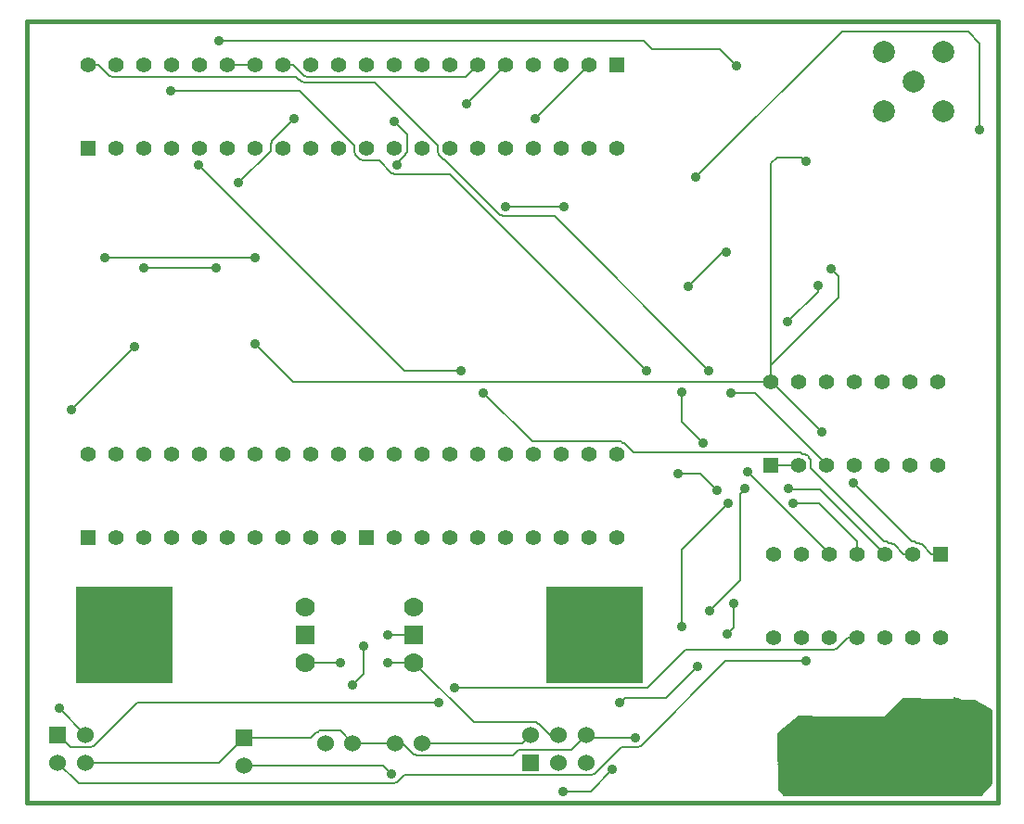
<source format=gbl>
G04 (created by PCBNEW-RS274X (2010-05-05 BZR 2356)-stable) date 12/25/2011 2:42:49 PM*
G01*
G70*
G90*
%MOIN*%
G04 Gerber Fmt 3.4, Leading zero omitted, Abs format*
%FSLAX34Y34*%
G04 APERTURE LIST*
%ADD10C,0.006000*%
%ADD11C,0.015000*%
%ADD12C,0.060000*%
%ADD13R,0.055000X0.055000*%
%ADD14C,0.055000*%
%ADD15R,0.350000X0.350000*%
%ADD16C,0.070000*%
%ADD17R,0.070000X0.070000*%
%ADD18R,0.060000X0.060000*%
%ADD19C,0.078700*%
%ADD20C,0.035000*%
%ADD21C,0.008000*%
%ADD22C,0.010000*%
G04 APERTURE END LIST*
G54D10*
G54D11*
X23570Y-70490D02*
X23580Y-70490D01*
X23570Y-71130D02*
X23570Y-70490D01*
X58480Y-71130D02*
X23570Y-71130D01*
X58480Y-43050D02*
X58480Y-71130D01*
X23570Y-43050D02*
X58480Y-43050D01*
X23570Y-70590D02*
X23570Y-43050D01*
G54D12*
X37792Y-69000D03*
X36808Y-69000D03*
X34308Y-69000D03*
X35292Y-69000D03*
G54D13*
X56430Y-62210D03*
G54D14*
X55430Y-62210D03*
X54430Y-62210D03*
X53430Y-62210D03*
X52430Y-62210D03*
X51430Y-62210D03*
X50430Y-62210D03*
X50430Y-65210D03*
X51430Y-65210D03*
X52430Y-65210D03*
X53430Y-65210D03*
X54430Y-65210D03*
X55430Y-65210D03*
X56430Y-65210D03*
G54D13*
X50330Y-59010D03*
G54D14*
X51330Y-59010D03*
X52330Y-59010D03*
X53330Y-59010D03*
X54330Y-59010D03*
X55330Y-59010D03*
X56330Y-59010D03*
X56330Y-56010D03*
X55330Y-56010D03*
X54330Y-56010D03*
X53330Y-56010D03*
X52330Y-56010D03*
X51330Y-56010D03*
X50330Y-56010D03*
G54D13*
X25800Y-47600D03*
G54D14*
X26800Y-47600D03*
X27800Y-47600D03*
X28800Y-47600D03*
X29800Y-47600D03*
X30800Y-47600D03*
X31800Y-47600D03*
X32800Y-47600D03*
X33800Y-47600D03*
X34800Y-47600D03*
X34800Y-44600D03*
X33800Y-44600D03*
X32800Y-44600D03*
X31800Y-44600D03*
X30800Y-44600D03*
X29800Y-44600D03*
X28800Y-44600D03*
X27800Y-44600D03*
X26800Y-44600D03*
X25800Y-44600D03*
G54D13*
X35800Y-61600D03*
G54D14*
X36800Y-61600D03*
X37800Y-61600D03*
X38800Y-61600D03*
X39800Y-61600D03*
X40800Y-61600D03*
X41800Y-61600D03*
X42800Y-61600D03*
X43800Y-61600D03*
X44800Y-61600D03*
X44800Y-58600D03*
X43800Y-58600D03*
X42800Y-58600D03*
X41800Y-58600D03*
X40800Y-58600D03*
X39800Y-58600D03*
X38800Y-58600D03*
X37800Y-58600D03*
X36800Y-58600D03*
X35800Y-58600D03*
G54D13*
X44800Y-44600D03*
G54D14*
X43800Y-44600D03*
X42800Y-44600D03*
X41800Y-44600D03*
X40800Y-44600D03*
X39800Y-44600D03*
X38800Y-44600D03*
X37800Y-44600D03*
X36800Y-44600D03*
X35800Y-44600D03*
X35800Y-47600D03*
X36800Y-47600D03*
X37800Y-47600D03*
X38800Y-47600D03*
X39800Y-47600D03*
X40800Y-47600D03*
X41800Y-47600D03*
X42800Y-47600D03*
X43800Y-47600D03*
X44800Y-47600D03*
G54D13*
X25800Y-61600D03*
G54D14*
X26800Y-61600D03*
X27800Y-61600D03*
X28800Y-61600D03*
X29800Y-61600D03*
X30800Y-61600D03*
X31800Y-61600D03*
X32800Y-61600D03*
X33800Y-61600D03*
X34800Y-61600D03*
X34800Y-58600D03*
X33800Y-58600D03*
X32800Y-58600D03*
X31800Y-58600D03*
X30800Y-58600D03*
X29800Y-58600D03*
X28800Y-58600D03*
X27800Y-58600D03*
X26800Y-58600D03*
X25800Y-58600D03*
G54D15*
X27100Y-65100D03*
G54D16*
X33600Y-66100D03*
G54D17*
X33600Y-65100D03*
G54D16*
X33600Y-64100D03*
G54D15*
X44000Y-65100D03*
G54D16*
X37500Y-64100D03*
G54D17*
X37500Y-65100D03*
G54D16*
X37500Y-66100D03*
G54D18*
X31400Y-68800D03*
G54D12*
X31400Y-69800D03*
G54D18*
X24700Y-68700D03*
G54D12*
X25700Y-68700D03*
X24700Y-69700D03*
X25700Y-69700D03*
G54D18*
X41700Y-69700D03*
G54D12*
X41700Y-68700D03*
X42700Y-69700D03*
X42700Y-68700D03*
X43700Y-69700D03*
X43700Y-68700D03*
G54D19*
X55440Y-45210D03*
X56503Y-46273D03*
X56503Y-44147D03*
X54377Y-44147D03*
X54377Y-46273D03*
G54D20*
X34850Y-66100D03*
X36550Y-66100D03*
X57830Y-46930D03*
X47630Y-48660D03*
X57010Y-67550D03*
X31800Y-51550D03*
X26400Y-51550D03*
X35700Y-65500D03*
X35300Y-66900D03*
X45450Y-68800D03*
X42900Y-49700D03*
X40800Y-49700D03*
X36550Y-65100D03*
X48900Y-56400D03*
X48100Y-55600D03*
X50940Y-59850D03*
X49400Y-59850D03*
X48120Y-64260D03*
X47700Y-66240D03*
X44900Y-67560D03*
X44630Y-69950D03*
X42860Y-70740D03*
X47110Y-64820D03*
X48780Y-60390D03*
X51120Y-60390D03*
X36700Y-70100D03*
X38400Y-67550D03*
X38950Y-67000D03*
X51600Y-66050D03*
X52020Y-52540D03*
X50930Y-53860D03*
X47120Y-56380D03*
X47900Y-58210D03*
X49000Y-63970D03*
X48740Y-65090D03*
X48730Y-51360D03*
X47360Y-52590D03*
X30490Y-43740D03*
X49090Y-44640D03*
X29750Y-48200D03*
X39200Y-55600D03*
X40000Y-56400D03*
X49500Y-59250D03*
X45850Y-55600D03*
X28750Y-45550D03*
X46990Y-59310D03*
X48390Y-59900D03*
X33200Y-46550D03*
X31200Y-48850D03*
X41850Y-46550D03*
X36900Y-48200D03*
X36800Y-46650D03*
X39400Y-46000D03*
X51570Y-48080D03*
X52490Y-51940D03*
X52150Y-57800D03*
X53300Y-59650D03*
X31800Y-54650D03*
X27450Y-54750D03*
X25200Y-57000D03*
X24750Y-67750D03*
X27800Y-51900D03*
X30400Y-51900D03*
G54D21*
X37500Y-66100D02*
X39650Y-68250D01*
X39650Y-68250D02*
X41900Y-68250D01*
X41900Y-68250D02*
X41950Y-68300D01*
X41950Y-68300D02*
X42000Y-68300D01*
X42000Y-68300D02*
X42400Y-68700D01*
X42400Y-68700D02*
X42700Y-68700D01*
X34850Y-66100D02*
X33600Y-66100D01*
X36550Y-66100D02*
X37500Y-66100D01*
X57830Y-43840D02*
X57830Y-46930D01*
X57410Y-43420D02*
X57830Y-43840D01*
X52870Y-43420D02*
X57410Y-43420D01*
X47630Y-48660D02*
X52870Y-43420D01*
X56930Y-67470D02*
X56930Y-67350D01*
X57010Y-67550D02*
X56930Y-67470D01*
X31400Y-68800D02*
X30500Y-69700D01*
X30500Y-69700D02*
X25700Y-69700D01*
X43700Y-68700D02*
X43150Y-69250D01*
X43150Y-69250D02*
X41250Y-69250D01*
X41250Y-69250D02*
X41050Y-69450D01*
X41050Y-69450D02*
X37600Y-69450D01*
X37600Y-69450D02*
X37550Y-69400D01*
X37550Y-69400D02*
X37500Y-69400D01*
X37500Y-69400D02*
X37100Y-69000D01*
X37100Y-69000D02*
X36808Y-69000D01*
X39800Y-44600D02*
X39350Y-45050D01*
X39350Y-45050D02*
X33650Y-45050D01*
X33650Y-45050D02*
X33600Y-45000D01*
X33600Y-45000D02*
X33550Y-45000D01*
X33550Y-45000D02*
X33150Y-44600D01*
X33150Y-44600D02*
X32800Y-44600D01*
X31800Y-51550D02*
X26400Y-51550D01*
X35700Y-65500D02*
X35700Y-66500D01*
X35700Y-66500D02*
X35300Y-66900D01*
X43700Y-68700D02*
X43800Y-68800D01*
X43800Y-68800D02*
X45450Y-68800D01*
X35292Y-69000D02*
X35300Y-69000D01*
X35300Y-69000D02*
X34850Y-68550D01*
X34850Y-68550D02*
X34100Y-68550D01*
X34100Y-68550D02*
X34050Y-68600D01*
X34050Y-68600D02*
X34000Y-68600D01*
X34000Y-68600D02*
X33800Y-68800D01*
X33800Y-68800D02*
X31400Y-68800D01*
X42900Y-49700D02*
X40800Y-49700D01*
X36550Y-65100D02*
X37500Y-65100D01*
X35292Y-69000D02*
X36808Y-69000D01*
X52330Y-59010D02*
X52350Y-59000D01*
X52350Y-59000D02*
X49750Y-56400D01*
X49750Y-56400D02*
X48900Y-56400D01*
X48100Y-55600D02*
X42550Y-50050D01*
X42550Y-50050D02*
X40700Y-50050D01*
X40700Y-50050D02*
X40650Y-50000D01*
X40650Y-50000D02*
X40600Y-50000D01*
X40600Y-50000D02*
X38600Y-48000D01*
X38600Y-48000D02*
X38550Y-48000D01*
X38550Y-48000D02*
X38400Y-47850D01*
X38400Y-47850D02*
X38400Y-47800D01*
X38400Y-47800D02*
X38350Y-47750D01*
X38350Y-47750D02*
X38350Y-47500D01*
X38350Y-47500D02*
X36100Y-45250D01*
X36100Y-45250D02*
X33550Y-45250D01*
X33550Y-45250D02*
X33500Y-45200D01*
X33500Y-45200D02*
X33450Y-45200D01*
X33450Y-45200D02*
X33400Y-45150D01*
X33400Y-45150D02*
X33350Y-45150D01*
X33350Y-45150D02*
X33250Y-45050D01*
X33250Y-45050D02*
X26650Y-45050D01*
X26650Y-45050D02*
X26600Y-45000D01*
X26600Y-45000D02*
X26550Y-45000D01*
X26550Y-45000D02*
X26150Y-44600D01*
X26150Y-44600D02*
X25800Y-44600D01*
X52100Y-59880D02*
X54430Y-62210D01*
X50970Y-59880D02*
X52100Y-59880D01*
X50940Y-59850D02*
X50970Y-59880D01*
X49220Y-60030D02*
X49400Y-59850D01*
X49220Y-63160D02*
X49220Y-60030D01*
X48120Y-64260D02*
X49220Y-63160D01*
X46560Y-67380D02*
X47700Y-66240D01*
X45080Y-67380D02*
X46560Y-67380D01*
X44900Y-67560D02*
X45080Y-67380D01*
X43850Y-70730D02*
X44630Y-69950D01*
X42870Y-70730D02*
X43850Y-70730D01*
X42860Y-70740D02*
X42870Y-70730D01*
X53430Y-62210D02*
X53430Y-61760D01*
X47110Y-62060D02*
X47110Y-64820D01*
X48780Y-60390D02*
X47110Y-62060D01*
X52060Y-60390D02*
X51120Y-60390D01*
X53430Y-61760D02*
X52060Y-60390D01*
X36700Y-70100D02*
X36400Y-69800D01*
X36400Y-69800D02*
X31400Y-69800D01*
X41700Y-68700D02*
X41400Y-69000D01*
X41400Y-69000D02*
X37792Y-69000D01*
X24700Y-68700D02*
X25150Y-69150D01*
X25150Y-69150D02*
X25900Y-69150D01*
X25900Y-69150D02*
X25950Y-69100D01*
X25950Y-69100D02*
X26000Y-69100D01*
X26000Y-69100D02*
X27550Y-67550D01*
X27550Y-67550D02*
X38400Y-67550D01*
X38950Y-67000D02*
X45900Y-67000D01*
X45900Y-67000D02*
X47250Y-65650D01*
X47250Y-65650D02*
X52600Y-65650D01*
X52600Y-65650D02*
X52650Y-65600D01*
X52650Y-65600D02*
X52700Y-65600D01*
X52700Y-65600D02*
X53100Y-65200D01*
X53100Y-65200D02*
X53450Y-65200D01*
X53450Y-65200D02*
X53430Y-65210D01*
X24700Y-69700D02*
X25450Y-70450D01*
X25450Y-70450D02*
X36800Y-70450D01*
X36800Y-70450D02*
X36850Y-70400D01*
X36850Y-70400D02*
X36900Y-70400D01*
X36900Y-70400D02*
X37150Y-70150D01*
X37150Y-70150D02*
X43900Y-70150D01*
X43900Y-70150D02*
X43950Y-70100D01*
X43950Y-70100D02*
X44000Y-70100D01*
X44000Y-70100D02*
X44950Y-69150D01*
X44950Y-69150D02*
X45550Y-69150D01*
X45550Y-69150D02*
X45600Y-69100D01*
X45600Y-69100D02*
X45650Y-69100D01*
X45650Y-69100D02*
X48700Y-66050D01*
X48700Y-66050D02*
X51600Y-66050D01*
X52020Y-52770D02*
X52020Y-52540D01*
X50930Y-53860D02*
X52020Y-52770D01*
X47120Y-57430D02*
X47120Y-56380D01*
X47900Y-58210D02*
X47120Y-57430D01*
X49000Y-64830D02*
X49000Y-63970D01*
X48740Y-65090D02*
X49000Y-64830D01*
X48590Y-51360D02*
X48730Y-51360D01*
X47360Y-52590D02*
X48590Y-51360D01*
X45740Y-43740D02*
X30490Y-43740D01*
X46040Y-44040D02*
X45740Y-43740D01*
X48490Y-44040D02*
X46040Y-44040D01*
X49090Y-44640D02*
X48490Y-44040D01*
X29750Y-48200D02*
X37150Y-55600D01*
X37150Y-55600D02*
X39200Y-55600D01*
X40000Y-56400D02*
X41750Y-58150D01*
X41750Y-58150D02*
X44950Y-58150D01*
X44950Y-58150D02*
X45000Y-58200D01*
X45000Y-58200D02*
X45050Y-58200D01*
X45050Y-58200D02*
X45400Y-58550D01*
X45400Y-58550D02*
X51400Y-58550D01*
X51400Y-58550D02*
X51450Y-58600D01*
X51450Y-58600D02*
X51550Y-58600D01*
X51550Y-58600D02*
X51600Y-58650D01*
X51600Y-58650D02*
X51650Y-58650D01*
X51650Y-58650D02*
X51700Y-58700D01*
X51700Y-58700D02*
X51700Y-58750D01*
X51700Y-58750D02*
X51750Y-58800D01*
X51750Y-58800D02*
X51750Y-59100D01*
X51750Y-59100D02*
X54400Y-61750D01*
X54400Y-61750D02*
X54500Y-61750D01*
X54500Y-61750D02*
X54550Y-61800D01*
X54550Y-61800D02*
X54650Y-61800D01*
X54650Y-61800D02*
X54700Y-61850D01*
X54700Y-61850D02*
X54750Y-61850D01*
X54750Y-61850D02*
X55100Y-62200D01*
X55100Y-62200D02*
X55450Y-62200D01*
X55450Y-62200D02*
X55430Y-62210D01*
X52430Y-62210D02*
X52450Y-62200D01*
X52450Y-62200D02*
X49500Y-59250D01*
X45850Y-55600D02*
X38800Y-48550D01*
X38800Y-48550D02*
X36800Y-48550D01*
X36800Y-48550D02*
X36750Y-48500D01*
X36750Y-48500D02*
X36700Y-48500D01*
X36700Y-48500D02*
X36250Y-48050D01*
X36250Y-48050D02*
X35650Y-48050D01*
X35650Y-48050D02*
X35600Y-48000D01*
X35600Y-48000D02*
X35550Y-48000D01*
X35550Y-48000D02*
X35400Y-47850D01*
X35400Y-47850D02*
X35400Y-47800D01*
X35400Y-47800D02*
X35350Y-47750D01*
X35350Y-47750D02*
X35350Y-47500D01*
X35350Y-47500D02*
X33400Y-45550D01*
X33400Y-45550D02*
X28750Y-45550D01*
X51330Y-59010D02*
X51350Y-59000D01*
X51350Y-59000D02*
X50350Y-59000D01*
X50350Y-59000D02*
X50330Y-59010D01*
X47800Y-59310D02*
X46990Y-59310D01*
X48390Y-59900D02*
X47800Y-59310D01*
X33200Y-46550D02*
X32400Y-47350D01*
X32400Y-47350D02*
X32400Y-47400D01*
X32400Y-47400D02*
X32350Y-47450D01*
X32350Y-47450D02*
X32350Y-47700D01*
X32350Y-47700D02*
X31200Y-48850D01*
X43800Y-44600D02*
X41850Y-46550D01*
X36900Y-48200D02*
X36900Y-48150D01*
X36900Y-48150D02*
X37200Y-47850D01*
X37200Y-47850D02*
X37200Y-47800D01*
X37200Y-47800D02*
X37250Y-47750D01*
X37250Y-47750D02*
X37250Y-47100D01*
X37250Y-47100D02*
X36800Y-46650D01*
X39400Y-46000D02*
X40800Y-44600D01*
X50330Y-56010D02*
X50330Y-48160D01*
X51420Y-47930D02*
X51570Y-48080D01*
X50560Y-47930D02*
X51420Y-47930D01*
X50330Y-48160D02*
X50560Y-47930D01*
X50330Y-56010D02*
X50330Y-55400D01*
X52750Y-52200D02*
X52490Y-51940D01*
X52750Y-52980D02*
X52750Y-52200D01*
X50330Y-55400D02*
X52750Y-52980D01*
X50330Y-56010D02*
X50350Y-56000D01*
X50350Y-56000D02*
X52150Y-57800D01*
X53300Y-59650D02*
X55400Y-61750D01*
X55400Y-61750D02*
X55500Y-61750D01*
X55500Y-61750D02*
X55550Y-61800D01*
X55550Y-61800D02*
X55650Y-61800D01*
X55650Y-61800D02*
X55700Y-61850D01*
X55700Y-61850D02*
X55750Y-61850D01*
X55750Y-61850D02*
X56100Y-62200D01*
X56100Y-62200D02*
X56450Y-62200D01*
X56450Y-62200D02*
X56430Y-62210D01*
X31800Y-54650D02*
X33150Y-56000D01*
X33150Y-56000D02*
X50350Y-56000D01*
X50350Y-56000D02*
X50330Y-56010D01*
X27450Y-54750D02*
X25200Y-57000D01*
X24750Y-67750D02*
X25700Y-68700D01*
X50350Y-56000D02*
X50330Y-56010D01*
X27800Y-51900D02*
X30400Y-51900D01*
X30800Y-44600D02*
X31800Y-44600D01*
G54D22*
X55070Y-67410D02*
X55070Y-67410D01*
X54992Y-67490D02*
X57635Y-67490D01*
X54915Y-67570D02*
X57779Y-67570D01*
X54837Y-67650D02*
X57923Y-67650D01*
X54760Y-67730D02*
X58066Y-67730D01*
X54682Y-67810D02*
X58205Y-67810D01*
X54605Y-67890D02*
X58205Y-67890D01*
X54527Y-67970D02*
X58205Y-67970D01*
X51307Y-68050D02*
X51307Y-68050D01*
X54450Y-68050D02*
X58205Y-68050D01*
X51208Y-68130D02*
X58205Y-68130D01*
X51110Y-68210D02*
X58205Y-68210D01*
X51011Y-68290D02*
X58205Y-68290D01*
X50913Y-68370D02*
X58205Y-68370D01*
X50815Y-68450D02*
X58205Y-68450D01*
X50716Y-68530D02*
X58205Y-68530D01*
X50618Y-68610D02*
X58205Y-68610D01*
X50591Y-68690D02*
X58205Y-68690D01*
X50592Y-68770D02*
X58205Y-68770D01*
X50593Y-68850D02*
X58205Y-68850D01*
X50593Y-68930D02*
X58205Y-68930D01*
X50594Y-69010D02*
X58205Y-69010D01*
X50595Y-69090D02*
X58205Y-69090D01*
X50596Y-69170D02*
X58205Y-69170D01*
X50596Y-69250D02*
X58205Y-69250D01*
X50597Y-69330D02*
X58205Y-69330D01*
X50598Y-69410D02*
X58205Y-69410D01*
X50599Y-69490D02*
X58205Y-69490D01*
X50599Y-69570D02*
X58205Y-69570D01*
X50600Y-69650D02*
X58205Y-69650D01*
X50601Y-69730D02*
X58205Y-69730D01*
X50602Y-69810D02*
X58205Y-69810D01*
X50602Y-69890D02*
X58205Y-69890D01*
X50603Y-69970D02*
X58205Y-69970D01*
X50604Y-70050D02*
X58205Y-70050D01*
X50605Y-70130D02*
X58205Y-70130D01*
X50605Y-70210D02*
X58205Y-70210D01*
X50606Y-70290D02*
X58205Y-70290D01*
X50607Y-70370D02*
X58205Y-70370D01*
X50608Y-70450D02*
X58205Y-70450D01*
X50608Y-70530D02*
X58142Y-70530D01*
X50609Y-70610D02*
X58071Y-70610D01*
X50654Y-70690D02*
X58000Y-70690D01*
X50724Y-70770D02*
X57928Y-70770D01*
X50795Y-70850D02*
X57857Y-70850D01*
X57852Y-70855D02*
X58205Y-70459D01*
X58205Y-67807D01*
X57616Y-67479D01*
X55070Y-67410D01*
X54431Y-68070D01*
X52299Y-68070D01*
X51307Y-68050D01*
X50590Y-68633D01*
X50609Y-70640D01*
X50799Y-70855D01*
X57852Y-70855D01*
M02*

</source>
